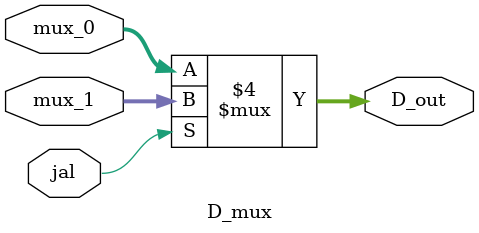
<source format=v>
`timescale 1ns / 1ps


module D_mux(
    input [31:0] mux_0,
    input [31:0] mux_1,
    input jal,
    output reg[31:0] D_out
    );
    
    always @(*) begin 
        if (jal == 0) begin
            D_out <= mux_0;
        end
        else begin
            D_out <= mux_1;
        end
    end
endmodule

</source>
